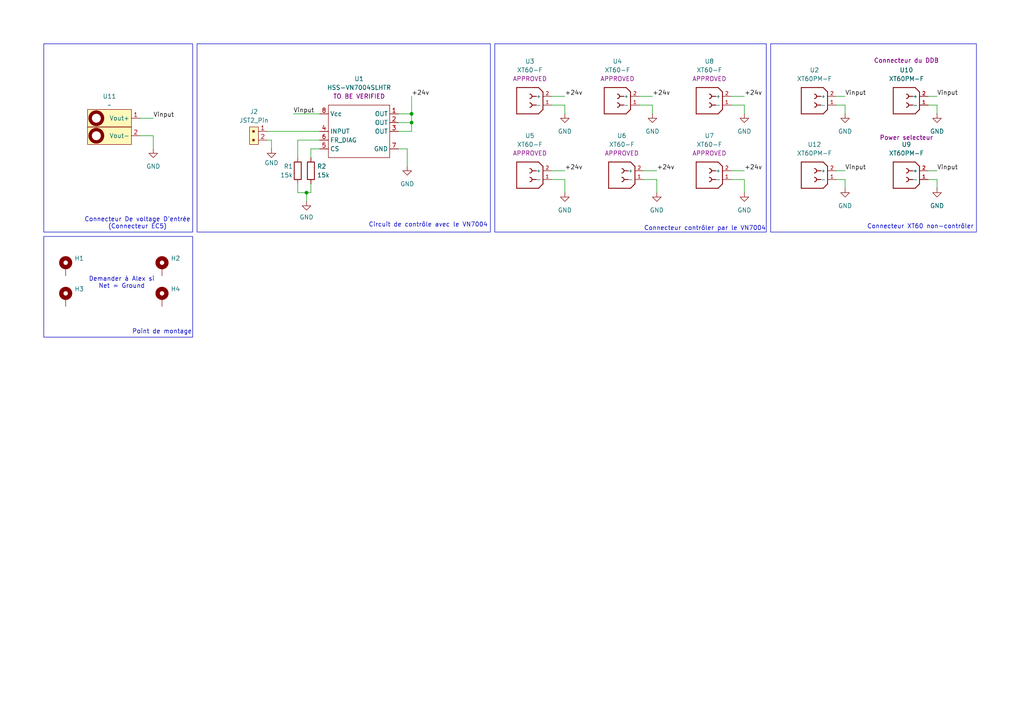
<source format=kicad_sch>
(kicad_sch (version 20231120) (generator "eeschema") (generator_version "8.0")
  (paper "A4")
  (lib_symbols
    (symbol "Device:R" (pin_numbers hide) (pin_names (offset 0))
      (property "Reference" "R" (at 2.032 0 90))
      (property "Value" "R" (at 0 0 90))
      (symbol "R_0_1"
        (rectangle (start -1.016 -2.54) (end 1.016 2.54) (stroke (width 0.254)))
      )
      (symbol "R_1_1"
        (pin passive line (at 0 3.81 270) (length 1.27) (name "~") (number "1"))
        (pin passive line (at 0 -3.81 90) (length 1.27) (name "~") (number "2"))
      )
    )
    (symbol "RoverLibrary:CONN-JST-XH-B2B"
      (property "Reference" "J" (at 0 0 0))
      (property "Value" "JST2_Pin" (at 1.016 -11.43 0))
      (symbol "CONN-JST-XH-B2B_1_1"
        (rectangle (start -1.905 -1.905) (end 0.635 -6.985) (fill (type background)))
        (rectangle (start -0.508 -5.461) (end -1.016 -5.969) (fill (type outline)))
        (rectangle (start -0.508 -2.921) (end -1.016 -3.429) (fill (type outline)))
        (pin passive line (at 3.175 -3.175 180) (length 2.54) (name "~") (number "1"))
        (pin passive line (at 3.175 -5.715 180) (length 2.54) (name "~") (number "2"))
      )
    )
    (symbol "RoverLibrary:EC5"
      (property "Reference" "U?" (at 6.604 1.016 0))
      (symbol "EC5_1_1"
        (rectangle (start 0 -5.08) (end 12.7 -10.16) (fill (type color) (color 255 248 185 1)))
        (rectangle (start 0 0) (end 12.7 -5.08) (fill (type color) (color 255 248 185 1)))
        (circle (center 2.54 -7.62) (radius 1.7961) (stroke (width 1)) (fill (type color) (color 255 255 255 1)))
        (circle (center 2.54 -2.54) (radius 1.7961) (stroke (width 1)) (fill (type color) (color 255 255 255 1)))
        (pin output line (at 15.24 -2.54 180) (length 2.54) (name "Vout+") (number "1"))
        (pin output line (at 15.24 -7.62 180) (length 2.54) (name "Vout-") (number "2"))
      )
    )
    (symbol "RoverLibrary:HSS-VN7004SLHTR"
      (property "Reference" "U" (at 0 1.016 0))
      (property "Value" "HSS-VN7004SLHTR " (at 0 -0.508 0))
      (property "STATUS" "TO BE VERIFIED" (at 0 -2.286 0))
      (symbol "HSS-VN7004SLHTR_0_1"
        (rectangle (start -8.89 -3.81) (end 8.89 -19.05))
      )
      (symbol "HSS-VN7004SLHTR_1_1"
        (pin power_out line (at 11.43 -6.35 180) (length 2.54) (name "OUT") (number "1"))
        (pin power_in line (at 11.43 -8.89 180) (length 2.54) (name "OUT") (number "2"))
        (pin power_in line (at 11.43 -11.43 180) (length 2.54) (name "OUT") (number "3"))
        (pin input line (at -11.43 -11.43 0) (length 2.54) (name "INPUT") (number "4"))
        (pin passive line (at -11.43 -16.51 0) (length 2.54) (name "CS") (number "5"))
        (pin passive line (at -11.43 -13.97 0) (length 2.54) (name "FR_DIAG") (number "6"))
        (pin power_in line (at 11.43 -16.51 180) (length 2.54) (name "GND") (number "7"))
        (pin power_in line (at -11.43 -6.35 0) (length 2.54) (name "Vcc") (number "8"))
      )
    )
    (symbol "RoverLibrary:MountingHole_Pad" (pin_numbers hide) (pin_names (offset 1.016) hide) (exclude_from_sim yes) (in_bom no)
      (property "Reference" "H" (at 0 6.35 0))
      (property "Value" "MountingHole_Pad" (at 0 4.445 0))
      (symbol "MountingHole_Pad_0_1"
        (circle (center 0 1.27) (radius 1.27) (stroke (width 1.27)))
      )
      (symbol "MountingHole_Pad_1_1"
        (pin input line (at 0 -2.54 90) (length 2.54) (name "1") (number "1"))
      )
    )
    (symbol "RoverLibrary:XT60-F"
      (property "Reference" "U" (at 0 0 0))
      (property "Value" "XT60-F" (at 0 -1.524 0))
      (property "STATUS" "APPROVED" (at 0 1.778 0))
      (symbol "XT60-F_0_0"
        (polyline (pts (xy -3.81 -10.16) (xy -3.81 -2.54)) (stroke (width 0.254)))
        (polyline (pts (xy -3.81 -2.54) (xy 2.54 -2.54)) (stroke (width 0.254)))
        (polyline (pts (xy 1.9077 -7.62) (xy 0.6377 -7.62)) (stroke (width 0.254)))
        (polyline (pts (xy 1.9077 -5.08) (xy 0.6377 -5.08)) (stroke (width 0.254)))
        (polyline (pts (xy 2.54 -10.16) (xy -3.81 -10.16)) (stroke (width 0.254)))
        (polyline (pts (xy 3.81 -8.89) (xy 2.54 -10.16)) (stroke (width 0.254)))
        (polyline (pts (xy 3.81 -5.08) (xy 3.81 -8.89)) (stroke (width 0.254)))
        (polyline (pts (xy 3.81 -3.81) (xy 2.54 -2.54)) (stroke (width 0.254)))
        (polyline (pts (xy 3.81 -3.81) (xy 3.81 -5.08)) (stroke (width 0.254)))
        (arc (start 0.0027 -8.255) (mid 0.635 -7.62) (end 0.0027 -6.985) (stroke (width 0.254)))
        (arc (start 0.0027 -5.715) (mid 0.635 -5.08) (end 0.0027 -4.445) (stroke (width 0.254)))
      )
      (symbol "XT60-F_1_0"
        (pin power_in line (at 6.35 -7.62 180) (length 2.54) (name "-") (number "1"))
        (pin power_in line (at 6.35 -5.08 180) (length 2.54) (name "+") (number "2"))
      )
    )
    (symbol "RoverLibrary:XT60PW-F"
      (property "Reference" "U" (at 0 0 0))
      (property "Value" "XT60PM-F" (at 0 -1.524 0))
      (symbol "XT60PW-F_0_0"
        (polyline (pts (xy -3.81 -10.16) (xy -3.81 -2.54)) (stroke (width 0.254)))
        (polyline (pts (xy -3.81 -2.54) (xy 2.54 -2.54)) (stroke (width 0.254)))
        (polyline (pts (xy 1.9077 -7.62) (xy 0.6377 -7.62)) (stroke (width 0.254)))
        (polyline (pts (xy 1.9077 -5.08) (xy 0.6377 -5.08)) (stroke (width 0.254)))
        (polyline (pts (xy 2.54 -10.16) (xy -3.81 -10.16)) (stroke (width 0.254)))
        (polyline (pts (xy 3.81 -8.89) (xy 2.54 -10.16)) (stroke (width 0.254)))
        (polyline (pts (xy 3.81 -5.08) (xy 3.81 -8.89)) (stroke (width 0.254)))
        (polyline (pts (xy 3.81 -3.81) (xy 2.54 -2.54)) (stroke (width 0.254)))
        (polyline (pts (xy 3.81 -3.81) (xy 3.81 -5.08)) (stroke (width 0.254)))
        (arc (start 0.0027 -8.255) (mid 0.635 -7.62) (end 0.0027 -6.985) (stroke (width 0.254)))
        (arc (start 0.0027 -5.715) (mid 0.635 -5.08) (end 0.0027 -4.445) (stroke (width 0.254)))
      )
      (symbol "XT60PW-F_1_0"
        (pin power_in line (at 6.35 -7.62 180) (length 2.54) (name "-") (number "1"))
        (pin power_in line (at 6.35 -5.08 180) (length 2.54) (name "+") (number "2"))
      )
    )
    (symbol "power:GND" (power) (pin_numbers hide) (pin_names (offset 0) hide)
      (property "Value" "GND" (at 0 -3.81 0))
      (symbol "GND_0_1"
        (polyline (pts (xy 0 0) (xy 0 -1.27) (xy 1.27 -1.27) (xy 0 -2.54) (xy -1.27 -1.27) (xy 0 -1.27)))
      )
      (symbol "GND_1_1"
        (pin power_in line (at 0 0 270) (length 0) (name "~") (number "1"))
      )
    )
  )
  (junction (at 119.38 35.56))
  (junction (at 119.38 33.02))
  (junction (at 88.9 55.88))
  (wire (pts (xy 115.57 33.02) (xy 119.38 33.02)))
  (wire (pts (xy 189.23 30.48) (xy 189.23 33.02)))
  (wire (pts (xy 163.83 52.07) (xy 163.83 55.88)))
  (wire (pts (xy 271.78 52.07) (xy 269.24 52.07)))
  (wire (pts (xy 86.36 45.72) (xy 86.36 40.64)))
  (wire (pts (xy 160.02 30.48) (xy 163.83 30.48)))
  (wire (pts (xy 271.78 54.61) (xy 271.78 52.07)))
  (wire (pts (xy 271.78 33.02) (xy 271.78 30.48)))
  (wire (pts (xy 215.9 49.53) (xy 212.09 49.53)))
  (wire (pts (xy 212.09 52.07) (xy 215.9 52.07)))
  (wire (pts (xy 44.45 34.29) (xy 40.64 34.29)))
  (wire (pts (xy 185.42 30.48) (xy 189.23 30.48)))
  (wire (pts (xy 190.5 49.53) (xy 186.69 49.53)))
  (wire (pts (xy 78.74 40.64) (xy 77.47 40.64)))
  (wire (pts (xy 190.5 52.07) (xy 190.5 55.88)))
  (wire (pts (xy 186.69 52.07) (xy 190.5 52.07)))
  (wire (pts (xy 215.9 27.94) (xy 212.09 27.94)))
  (wire (pts (xy 115.57 38.1) (xy 119.38 38.1)))
  (wire (pts (xy 78.74 43.18) (xy 78.74 40.64)))
  (wire (pts (xy 118.11 43.18) (xy 118.11 48.26)))
  (wire (pts (xy 245.11 49.53) (xy 242.57 49.53)))
  (wire (pts (xy 163.83 27.94) (xy 160.02 27.94)))
  (wire (pts (xy 160.02 52.07) (xy 163.83 52.07)))
  (wire (pts (xy 215.9 52.07) (xy 215.9 55.88)))
  (wire (pts (xy 90.17 53.34) (xy 90.17 55.88)))
  (wire (pts (xy 88.9 55.88) (xy 86.36 55.88)))
  (wire (pts (xy 163.83 49.53) (xy 160.02 49.53)))
  (wire (pts (xy 271.78 27.94) (xy 269.24 27.94)))
  (wire (pts (xy 90.17 55.88) (xy 88.9 55.88)))
  (wire (pts (xy 245.11 30.48) (xy 242.57 30.48)))
  (wire (pts (xy 88.9 55.88) (xy 88.9 58.42)))
  (wire (pts (xy 119.38 35.56) (xy 119.38 38.1)))
  (wire (pts (xy 90.17 43.18) (xy 92.71 43.18)))
  (wire (pts (xy 40.64 39.37) (xy 44.45 39.37)))
  (wire (pts (xy 245.11 52.07) (xy 242.57 52.07)))
  (wire (pts (xy 119.38 33.02) (xy 119.38 35.56)))
  (wire (pts (xy 44.45 39.37) (xy 44.45 43.18)))
  (wire (pts (xy 245.11 54.61) (xy 245.11 52.07)))
  (wire (pts (xy 86.36 53.34) (xy 86.36 55.88)))
  (wire (pts (xy 77.47 38.1) (xy 92.71 38.1)))
  (wire (pts (xy 85.09 33.02) (xy 92.71 33.02)))
  (wire (pts (xy 215.9 30.48) (xy 215.9 33.02)))
  (wire (pts (xy 86.36 40.64) (xy 92.71 40.64)))
  (wire (pts (xy 245.11 33.02) (xy 245.11 30.48)))
  (wire (pts (xy 115.57 35.56) (xy 119.38 35.56)))
  (wire (pts (xy 271.78 49.53) (xy 269.24 49.53)))
  (wire (pts (xy 245.11 27.94) (xy 242.57 27.94)))
  (wire (pts (xy 212.09 30.48) (xy 215.9 30.48)))
  (wire (pts (xy 189.23 27.94) (xy 185.42 27.94)))
  (wire (pts (xy 119.38 27.94) (xy 119.38 33.02)))
  (wire (pts (xy 271.78 30.48) (xy 269.24 30.48)))
  (wire (pts (xy 90.17 45.72) (xy 90.17 43.18)))
  (wire (pts (xy 163.83 30.48) (xy 163.83 33.02)))
  (wire (pts (xy 115.57 43.18) (xy 118.11 43.18)))
  (rectangle (start 12.7 68.58) (end 55.88 97.79))
  (rectangle (start 223.52 12.7) (end 283.21 67.31))
  (rectangle (start 143.51 12.7) (end 222.25 67.31))
  (rectangle (start 57.15 12.7) (end 142.24 67.31))
  (rectangle (start 12.7 12.7) (end 55.88 67.31))
  (text "Point de montage" (at 46.99 96.266 0) (effects (font (size 1.27 1.27))))
  (text "Connecteur De voltage D'entrée\n(Connecteur EC5)\n" (at 39.878 64.77 0) (effects (font (size 1.27 1.27))))
  (text "Connecteur contrôler par le VN7004" (at 204.47 66.294 0) (effects (font (size 1.27 1.27))))
  (text "Connecteur XT60 non-contrôler" (at 266.954 65.786 0) (effects (font (size 1.27 1.27))))
  (text "Demander à Alex si\nNet = Ground" (at 35.306 82.042 0) (effects (font (size 1.27 1.27))))
  (text "Circuit de contrôle avec le VN7004" (at 124.206 65.278 0) (effects (font (size 1.27 1.27))))
  (label "Vinput" (at 44.45 34.29 0))
  (label "+24v" (at 190.5 49.53 0))
  (label "+24v" (at 163.83 27.94 0))
  (label "+24v" (at 215.9 27.94 0))
  (label "Vinput" (at 271.78 49.53 0))
  (label "Vinput" (at 245.11 27.94 0))
  (label "+24v" (at 189.23 27.94 0))
  (label "Vinput" (at 271.78 27.94 0))
  (label "Vinput" (at 245.11 49.53 0))
  (label "+24v" (at 119.38 27.94 0))
  (label "Vinput" (at 85.09 33.02 0))
  (label "+24v" (at 163.83 49.53 0))
  (label "+24v" (at 215.9 49.53 0))
  (symbol (lib_id "RoverLibrary:CONN-JST-XH-B2B") (at 74.295 34.925 0) (unit 1)
    (property "Reference" "J2" (at 73.66 32.385 0))
    (property "Value" "JST2_Pin" (at 73.66 34.925 0))
    (property "Footprint" "RoverFootprint:2-pins-JST_XH_B2B-XH-A_1x02_P2.50mm_Vertical" (effects (hide yes)))
  )
  (symbol (lib_id "power:GND") (at 190.5 55.88 0) (unit 1)
    (property "Reference" "#PWR07" (effects (hide yes)))
    (property "Value" "GND" (at 190.5 60.96 0))
    (property "Description" "Power symbol creates a global label with name \"GND\" , ground" (effects (hide yes)))
  )
  (symbol (lib_id "RoverLibrary:HSS-VN7004SLHTR") (at 104.14 26.67 0) (unit 1)
    (property "Reference" "U1" (at 104.14 22.86 0))
    (property "Value" "HSS-VN7004SLHTR" (at 104.14 25.4 0))
    (property "Footprint" "RoverFootprint:OCTAPACK_VN7004_STM-M" (effects (hide yes)))
    (property "STATUS" "TO BE VERIFIED" (at 104.14 27.94 0))
  )
  (symbol (lib_id "power:GND") (at 163.83 33.02 0) (unit 1)
    (property "Reference" "#PWR04" (effects (hide yes)))
    (property "Value" "GND" (at 163.83 38.1 0))
    (property "Description" "Power symbol creates a global label with name \"GND\" , ground" (effects (hide yes)))
  )
  (symbol (lib_id "power:GND") (at 215.9 33.02 0) (unit 1)
    (property "Reference" "#PWR09" (effects (hide yes)))
    (property "Value" "GND" (at 215.9 38.1 0))
    (property "Description" "Power symbol creates a global label with name \"GND\" , ground" (effects (hide yes)))
  )
  (symbol (lib_id "RoverLibrary:XT60PW-F") (at 262.89 22.86 0) (unit 1)
    (property "Reference" "U10" (at 262.89 20.32 0))
    (property "Value" "XT60PM-F" (at 262.89 22.86 0))
    (property "Footprint" "RoverFootprint:AMASS_XT60PW-F_1x02_P7.20mm_Horizontal" (effects (hide yes)))
    (property "Description" "Connecteur du DDB" (at 262.89 17.526 0))
  )
  (symbol (lib_id "RoverLibrary:XT60PW-F") (at 262.89 44.45 0) (unit 1)
    (property "Reference" "U9" (at 262.89 41.91 0))
    (property "Value" "XT60PM-F" (at 262.89 44.45 0))
    (property "Footprint" "RoverFootprint:AMASS_XT60PW-F_1x02_P7.20mm_Horizontal" (effects (hide yes)))
    (property "Description" "Power selecteur" (at 262.89 39.878 0))
  )
  (symbol (lib_id "power:GND") (at 118.11 48.26 0) (unit 1)
    (property "Reference" "#PWR01" (effects (hide yes)))
    (property "Value" "GND" (at 118.11 53.34 0))
    (property "Description" "Power symbol creates a global label with name \"GND\" , ground" (effects (hide yes)))
  )
  (symbol (lib_id "Device:R") (at 90.17 49.53 0) (unit 1)
    (property "Reference" "R2" (at 91.948 48.26 0) (effects (justify left)))
    (property "Value" "15k" (at 91.948 50.8 0) (effects (justify left)))
    (property "Description" "Resistor" (effects (hide yes)))
  )
  (symbol (lib_id "RoverLibrary:XT60-F") (at 153.67 22.86 0) (unit 1)
    (property "Reference" "U3" (at 153.67 17.78 0))
    (property "Value" "XT60-F" (at 153.67 20.32 0))
    (property "Footprint" "RoverFootprint:AMASS_XT60-F_1x02_P7.20mm_Vertical" (effects (hide yes)))
    (property "STATUS" "APPROVED" (at 153.67 22.86 0))
  )
  (symbol (lib_id "RoverLibrary:XT60-F") (at 153.67 44.45 0) (unit 1)
    (property "Reference" "U5" (at 153.67 39.37 0))
    (property "Value" "XT60-F" (at 153.67 41.91 0))
    (property "Footprint" "RoverFootprint:AMASS_XT60-F_1x02_P7.20mm_Vertical" (effects (hide yes)))
    (property "STATUS" "APPROVED" (at 153.67 44.45 0))
  )
  (symbol (lib_id "RoverLibrary:XT60PW-F") (at 236.22 44.45 0) (unit 1)
    (property "Reference" "U12" (at 236.22 41.91 0))
    (property "Value" "XT60PM-F" (at 236.22 44.45 0))
    (property "Footprint" "RoverFootprint:AMASS_XT60PW-F_1x02_P7.20mm_Horizontal" (effects (hide yes)))
  )
  (symbol (lib_id "power:GND") (at 78.74 43.18 0) (unit 1)
    (property "Reference" "#PWR03" (effects (hide yes)))
    (property "Value" "GND" (at 78.74 47.244 0))
    (property "Description" "Power symbol creates a global label with name \"GND\" , ground" (effects (hide yes)))
  )
  (symbol (lib_id "RoverLibrary:XT60PW-F") (at 236.22 22.86 0) (unit 1)
    (property "Reference" "U2" (at 236.22 20.32 0))
    (property "Value" "XT60PM-F" (at 236.22 22.86 0))
    (property "Footprint" "RoverFootprint:AMASS_XT60PW-F_1x02_P7.20mm_Horizontal" (effects (hide yes)))
  )
  (symbol (lib_id "RoverLibrary:XT60-F") (at 205.74 22.86 0) (unit 1)
    (property "Reference" "U8" (at 205.74 17.78 0))
    (property "Value" "XT60-F" (at 205.74 20.32 0))
    (property "Footprint" "RoverFootprint:AMASS_XT60-F_1x02_P7.20mm_Vertical" (effects (hide yes)))
    (property "STATUS" "APPROVED" (at 205.74 22.86 0))
  )
  (symbol (lib_id "RoverLibrary:XT60-F") (at 205.74 44.45 0) (unit 1)
    (property "Reference" "U7" (at 205.74 39.37 0))
    (property "Value" "XT60-F" (at 205.74 41.91 0))
    (property "Footprint" "RoverFootprint:AMASS_XT60-F_1x02_P7.20mm_Vertical" (effects (hide yes)))
    (property "STATUS" "APPROVED" (at 205.74 44.45 0))
  )
  (symbol (lib_id "RoverLibrary:EC5") (at 25.4 31.75 0) (unit 1)
    (property "Reference" "U11" (at 31.75 27.94 0))
    (property "Value" "~" (at 31.75 30.48 0))
    (property "Footprint" "RoverFootprint:EC5" (effects (hide yes)))
  )
  (symbol (lib_id "RoverLibrary:XT60-F") (at 179.07 22.86 0) (unit 1)
    (property "Reference" "U4" (at 179.07 17.78 0))
    (property "Value" "XT60-F" (at 179.07 20.32 0))
    (property "Footprint" "RoverFootprint:AMASS_XT60-F_1x02_P7.20mm_Vertical" (effects (hide yes)))
    (property "STATUS" "APPROVED" (at 179.07 22.86 0))
  )
  (symbol (lib_id "power:GND") (at 271.78 54.61 0) (unit 1)
    (property "Reference" "#PWR011" (effects (hide yes)))
    (property "Value" "GND" (at 271.78 59.69 0))
    (property "Description" "Power symbol creates a global label with name \"GND\" , ground" (effects (hide yes)))
  )
  (symbol (lib_id "power:GND") (at 189.23 33.02 0) (unit 1)
    (property "Reference" "#PWR05" (effects (hide yes)))
    (property "Value" "GND" (at 189.23 38.1 0))
    (property "Description" "Power symbol creates a global label with name \"GND\" , ground" (effects (hide yes)))
  )
  (symbol (lib_id "RoverLibrary:XT60-F") (at 180.34 44.45 0) (unit 1)
    (property "Reference" "U6" (at 180.34 39.37 0))
    (property "Value" "XT60-F" (at 180.34 41.91 0))
    (property "Footprint" "RoverFootprint:AMASS_XT60-F_1x02_P7.20mm_Vertical" (effects (hide yes)))
    (property "STATUS" "APPROVED" (at 180.34 44.45 0))
  )
  (symbol (lib_id "RoverLibrary:MountingHole_Pad") (at 46.99 77.47 0) (unit 1) (exclude_from_sim yes) (in_bom no)
    (property "Reference" "H2" (at 49.53 74.9299 0) (effects (justify left)))
    (property "Value" "MountingHole_Pad" (effects (hide yes)))
    (property "Footprint" "MountingHole:MountingHole_3.2mm_M3_DIN965_Pad_TopBottom" (effects (hide yes)))
    (property "Description" "Mounting Hole with connection" (effects (hide yes)))
  )
  (symbol (lib_id "power:GND") (at 88.9 58.42 0) (unit 1)
    (property "Reference" "#PWR02" (effects (hide yes)))
    (property "Value" "GND" (at 88.9 62.992 0))
    (property "Description" "Power symbol creates a global label with name \"GND\" , ground" (effects (hide yes)))
  )
  (symbol (lib_id "RoverLibrary:MountingHole_Pad") (at 46.99 86.36 0) (unit 1) (exclude_from_sim yes) (in_bom no)
    (property "Reference" "H4" (at 49.53 83.8199 0) (effects (justify left)))
    (property "Value" "MountingHole_Pad" (effects (hide yes)))
    (property "Footprint" "MountingHole:MountingHole_3.2mm_M3_DIN965_Pad_TopBottom" (effects (hide yes)))
    (property "Description" "Mounting Hole with connection" (effects (hide yes)))
  )
  (symbol (lib_id "RoverLibrary:MountingHole_Pad") (at 19.05 77.47 0) (unit 1) (exclude_from_sim yes) (in_bom no)
    (property "Reference" "H1" (at 21.59 74.9299 0) (effects (justify left)))
    (property "Value" "MountingHole_Pad" (effects (hide yes)))
    (property "Footprint" "MountingHole:MountingHole_3.2mm_M3_DIN965_Pad_TopBottom" (effects (hide yes)))
    (property "Description" "Mounting Hole with connection" (effects (hide yes)))
  )
  (symbol (lib_id "power:GND") (at 215.9 55.88 0) (unit 1)
    (property "Reference" "#PWR08" (effects (hide yes)))
    (property "Value" "GND" (at 215.9 60.96 0))
    (property "Description" "Power symbol creates a global label with name \"GND\" , ground" (effects (hide yes)))
  )
  (symbol (lib_id "power:GND") (at 245.11 54.61 0) (unit 1)
    (property "Reference" "#PWR014" (effects (hide yes)))
    (property "Value" "GND" (at 245.11 59.69 0))
    (property "Description" "Power symbol creates a global label with name \"GND\" , ground" (effects (hide yes)))
  )
  (symbol (lib_id "power:GND") (at 245.11 33.02 0) (unit 1)
    (property "Reference" "#PWR010" (effects (hide yes)))
    (property "Value" "GND" (at 245.11 38.1 0))
    (property "Description" "Power symbol creates a global label with name \"GND\" , ground" (effects (hide yes)))
  )
  (symbol (lib_id "power:GND") (at 44.45 43.18 0) (unit 1)
    (property "Reference" "#PWR013" (effects (hide yes)))
    (property "Value" "GND" (at 44.45 48.26 0))
    (property "Description" "Power symbol creates a global label with name \"GND\" , ground" (effects (hide yes)))
  )
  (symbol (lib_id "RoverLibrary:MountingHole_Pad") (at 19.05 86.36 0) (unit 1) (exclude_from_sim yes) (in_bom no)
    (property "Reference" "H3" (at 21.59 83.8199 0) (effects (justify left)))
    (property "Value" "MountingHole_Pad" (effects (hide yes)))
    (property "Footprint" "MountingHole:MountingHole_3.2mm_M3_DIN965_Pad_TopBottom" (effects (hide yes)))
    (property "Description" "Mounting Hole with connection" (effects (hide yes)))
  )
  (symbol (lib_id "Device:R") (at 86.36 49.53 0) (unit 1)
    (property "Reference" "R1" (at 82.296 48.26 0) (effects (justify left)))
    (property "Value" "15k" (at 81.28 50.8 0) (effects (justify left)))
    (property "Description" "Resistor" (effects (hide yes)))
  )
  (symbol (lib_id "power:GND") (at 163.83 55.88 0) (unit 1)
    (property "Reference" "#PWR06" (effects (hide yes)))
    (property "Value" "GND" (at 163.83 60.96 0))
    (property "Description" "Power symbol creates a global label with name \"GND\" , ground" (effects (hide yes)))
  )
  (symbol (lib_id "power:GND") (at 271.78 33.02 0) (unit 1)
    (property "Reference" "#PWR012" (effects (hide yes)))
    (property "Value" "GND" (at 271.78 38.1 0))
    (property "Description" "Power symbol creates a global label with name \"GND\" , ground" (effects (hide yes)))
  )
)
</source>
